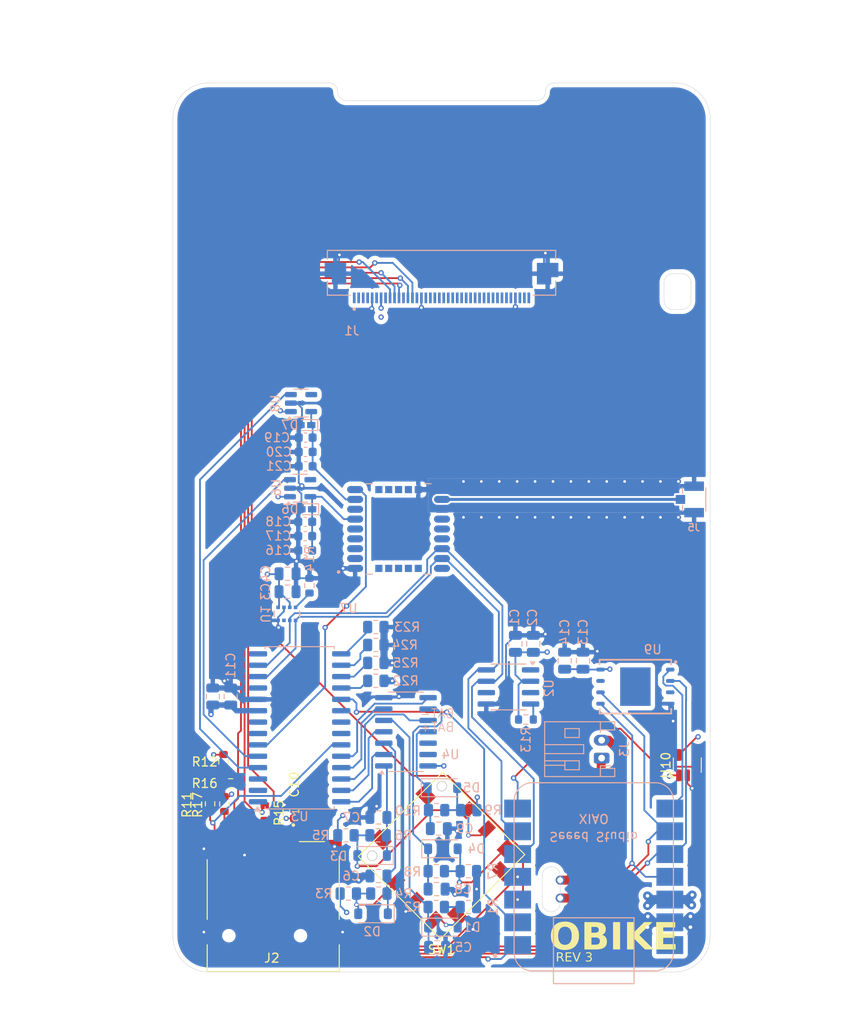
<source format=kicad_pcb>
(kicad_pcb (version 20241229) (generator "pcbnew") (generator_version "9.0")
  (layers (0 "F.Cu" signal) (4 "In1.Cu" signal) (6 "In2.Cu" signal) (2 "B.Cu" signal) (13 "F.Paste" user) (15 "B.Paste" user) (5 "F.SilkS" user "F.Silkscreen") (7 "B.SilkS" user "B.Silkscreen") (1 "F.Mask" user) (3 "B.Mask" user) (25 "Edge.Cuts" user))
  (net 0 "")
  (net 1 "GND")
  (net 2 "3V3")
  (net 3 "Net-(D1-K)")
  (net 4 "Net-(D2-K)")
  (net 5 "Net-(D3-K)")
  (net 6 "Net-(D4-K)")
  (net 7 "Net-(D5-K)")
  (net 8 "SW1")
  (net 9 "SW3")
  (net 10 "SW2")
  (net 11 "SW4")
  (net 12 "SW6")
  (net 13 "SCL")
  (net 14 "SDA")
  (net 15 "Net-(U3-~{RESET})")
  (net 16 "Net-(U3-A0)")
  (net 17 "Net-(U3-A1)")
  (net 19 "AUX_3V3")
  (net 20 "Net-(U2-~{RST})")
  (net 21 "Net-(U1-SDO)")
  (net 22 "MISO")
  (net 23 "MOSI")
  (net 24 "SD_CS")
  (net 28 "IN1")
  (net 30 "INT")
  (net 32 "IN3")
  (net 33 "Net-(U3-A2)")
  (net 34 "IN2")
  (net 36 "IN4")
  (net 37 "IN5")
  (net 39 "SCK")
  (net 41 "/BAT+")
  (net 42 "/BAT-")
  (net 43 "GPS_BKP")
  (net 44 "SCR_CS")
  (net 45 "SCR_DC")
  (net 46 "SCR_RST")
  (net 47 "SCR_BL")
  (net 51 "CD")
  (net 52 "Net-(J2-DAT1)")
  (net 53 "GPS_RST")
  (net 54 "GPS_V_BKP")
  (net 55 "Net-(J2-DAT2)")
  (net 56 "Net-(J2-VDD)")
  (net 61 "GPS_VCC")
  (net 65 "GPS_EN")
  (net 68 "AUX_EN")
  (net 101 "ANT")
  (net 115 "FL_CS")
  (footprint "Resistor_SMD:R_0603_1608Metric" (layer "F.Cu") (at 123.8 117.5 -90)
    (property "Reference" "R17")
    (property "Value" "100K")
  )
  (footprint "Resistor_SMD:R_0603_1608Metric" (layer "F.Cu") (at 122.2 117.475 -90)
    (property "Reference" "R11")
    (property "Value" "100K")
  )
  (footprint "Resistor_SMD:R_0603_1608Metric" (layer "F.Cu") (at 124.5 115.2)
    (property "Reference" "R16")
    (property "Value" "100K")
  )
  (footprint "CUI:CUI_MSD-4-A" (layer "F.Cu") (at 129.25 128.95)
    (property "Reference" "J2")
    (property "Value" "Micro_SD_Card_Det1")
  )
  (footprint "Package_TO_SOT_SMD:SOT-23-5" (layer "F.Cu") (at 175.5 113.1625 90)
    (property "Reference" "U10")
    (property "Value" "MAX40200AUK")
  )
  (footprint "Resistor_SMD:R_0603_1608Metric" (layer "F.Cu") (at 128.3 118.5 -90)
    (property "Reference" "R15")
    (property "Value" "100K")
  )
  (footprint "Resistor_SMD:R_0603_1608Metric" (layer "F.Cu") (at 123.7 112.8 -90)
    (property "Reference" "R12")
    (property "Value" "2R2")
  )
  (footprint "" (layer "F.Cu") (at 161.3 126)
    (property "Reference" "")
    (property "Value" "")
  )
  (footprint "" (layer "F.Cu") (at 161.3 128)
    (property "Reference" "")
    (property "Value" "")
  )
  (footprint "Capacitor_SMD:C_0603_1608Metric" (layer "F.Cu") (at 131.6 118.325 90)
    (property "Reference" "C10")
    (property "Value" "10uF")
  )
  (footprint "5_pos:5-position" (layer "F.Cu") (at 148.05 123.25 -135)
    (property "Reference" "SW1")
    (property "Value" "5_position_tactile")
    (fp_circle (center 5.5 5.45) (end 6.05 5.45) (stroke (width 0.1)) (fill no) (layer "Edge.Cuts"))
    (fp_circle (center -5.5 5.45) (end -4.950001 5.45) (stroke (width 0.1)) (fill no) (layer "Edge.Cuts"))
  )
  (footprint "Capacitor_SMD:C_0805_2012Metric" (layer "B.Cu") (at 147.55 133.5)
    (property "Reference" "C5")
    (property "Value" "1.0uF")
  )
  (footprint "Capacitor_SMD:C_0805_2012Metric" (layer "B.Cu") (at 122.5 105.5 90)
    (property "Reference" "C12" (hide yes))
    (property "Value" "1.0uF")
  )
  (footprint "Capacitor_SMD:C_0603_1608Metric" (layer "B.Cu") (at 132.875 78.2 180)
    (property "Reference" "C20")
    (property "Value" "100nF")
  )
  (footprint "Resistor_SMD:R_0805_2012Metric" (layer "B.Cu") (at 140.9625 121 180)
    (property "Reference" "R6")
    (property "Value" "10K")
  )
  (footprint "Capacitor_SMD:C_0805_2012Metric" (layer "B.Cu") (at 147.75 120.25)
    (property "Reference" "C9")
    (property "Value" "1.0uF")
  )
  (footprint "Resistor_SMD:R_0603_1608Metric" (layer "B.Cu") (at 157.475 108.07 180)
    (property "Reference" "R13")
    (property "Value" "0R")
  )
  (footprint "Diode_SMD:D_SOD-123" (layer "B.Cu") (at 148.15 115.685)
    (property "Reference" "D5")
    (property "Value" "1N4148W")
  )
  (footprint "Resistor_SMD:R_0805_2012Metric" (layer "B.Cu") (at 140.7125 97.75)
    (property "Reference" "R23")
    (property "Value" "10K")
  )
  (footprint "Resistor_SMD:R_0805_2012Metric" (layer "B.Cu") (at 140.7125 103.75 180)
    (property "Reference" "R22")
    (property "Value" "10K")
  )
  (footprint "Capacitor_SMD:C_0603_1608Metric" (layer "B.Cu") (at 132.825 87.6 180)
    (property "Reference" "C17")
    (property "Value" "100nF")
  )
  (footprint "quectel:XCVR_LC76G" (layer "B.Cu") (at 143.25 86.8)
    (property "Reference" "U7")
    (property "Value" "LC76G")
  )
  (footprint "Connector_JST:JST_PH_S2B-PH-K_1x02_P2.00mm_Horizontal" (layer "B.Cu") (at 165.93 112.38 90)
    (property "Reference" "J3")
    (property "Value" "Conn_01x02")
  )
  (footprint "Resistor_SMD:R_0805_2012Metric" (layer "B.Cu") (at 151.0875 118.185 180)
    (property "Reference" "R9")
    (property "Value" "10K")
  )
  (footprint "Capacitor_SMD:C_0805_2012Metric" (layer "B.Cu") (at 147.5 127)
    (property "Reference" "C8")
    (property "Value" "1.0uF")
  )
  (footprint "Capacitor_SMD:C_0805_2012Metric" (layer "B.Cu") (at 158.3 99.62 90)
    (property "Reference" "C2")
    (property "Value" "1.0uF")
  )
  (footprint "Package_SO:SOIC-8_3.9x4.9mm_P1.27mm" (layer "B.Cu") (at 155.525 104.435 180)
    (property "Reference" "U2")
    (property "Value" "DS3231M")
  )
  (footprint "Resistor_SMD:R_0805_2012Metric" (layer "B.Cu") (at 140.7125 99.75)
    (property "Reference" "R24")
    (property "Value" "10K")
  )
  (footprint "Capacitor_SMD:C_0805_2012Metric" (layer "B.Cu") (at 130.85 91.8)
    (property "Reference" "C4")
    (property "Value" "1.0uF")
  )
  (footprint "Resistor_SMD:R_0603_1608Metric" (layer "B.Cu") (at 133.3 93.125 90)
    (property "Reference" "R14")
    (property "Value" "0R")
  )
  (footprint "Resistor_SMD:R_0805_2012Metric" (layer "B.Cu") (at 141.05 127.5 180)
    (property "Reference" "R4")
    (property "Value" "10K")
  )
  (footprint "Capacitor_SMD:C_0603_1608Metric" (layer "B.Cu") (at 132.875 76.6 180)
    (property "Reference" "C19")
    (property "Value" "10uF")
  )
  (footprint "Capacitor_SMD:C_0603_1608Metric" (layer "B.Cu") (at 132.875 79.8 180)
    (property "Reference" "C21")
    (property "Value" "33pF")
  )
  (footprint "Capacitor_SMD:C_0805_2012Metric" (layer "B.Cu") (at 130.85 93.8)
    (property "Reference" "C3")
    (property "Value" "0.1uF")
  )
  (footprint "Package_TO_SOT_SMD:SOT-23-5" (layer "B.Cu") (at 132.3625 72.75)
    (property "Reference" "U8")
    (property "Value" "MAX40200AUK")
  )
  (footprint "Capacitor_SMD:C_0805_2012Metric" (layer "B.Cu") (at 124.5 105.5 90)
    (property "Reference" "C11")
    (property "Value" "0.1uF")
  )
  (footprint "Package_SO:SOIC-14_3.9x8.7mm_P1.27mm" (layer "B.Cu") (at 144.075 109.44)
    (property "Reference" "U4")
    (property "Value" "74HC14")
  )
  (footprint "Diode_SMD:D_SOD-123" (layer "B.Cu") (at 148.2 122.5)
    (property "Reference" "D4")
    (property "Value" "1N4148W")
  )
  (footprint "Diode_SMD:D_SOD-123" (layer "B.Cu") (at 148.2 131.25)
    (property "Reference" "D1")
    (property "Value" "1N4148W")
  )
  (footprint "amphenol:AMPHENOL_62684-402100ALF" (layer "B.Cu") (at 148.05 57.425)
    (property "Reference" "J1")
    (property "Value" "62684-402100ALF")
  )
  (footprint "Resistor_SMD:R_0805_2012Metric" (layer "B.Cu") (at 147.5 118.185)
    (property "Reference" "R10")
    (property "Value" "10K")
  )
  (footprint "Capacitor_SMD:C_0805_2012Metric" (layer "B.Cu") (at 141.007181 125.535355 180)
    (property "Reference" "C6")
    (property "Value" "1.0uF")
  )
  (footprint "Resistor_SMD:R_0805_2012Metric" (layer "B.Cu") (at 137.375 121)
    (property "Reference" "R5")
    (property "Value" "10K")
  )
  (footprint "Resistor_SMD:R_0805_2012Metric" (layer "B.Cu") (at 137.6375 127.5)
    (property "Reference" "R3")
    (property "Value" "10K")
  )
  (footprint "xiao:XIAO-nRF52840-Sense-14P-2.54-21X17.8MM" (layer "B.Cu") (at 165.05 125.63)
    (property "Reference" "U5" (hide yes))
    (property "Value" "Seeed Studio XIAO SAMD21" (hide yes))
  )
  (footprint "Capacitor_SMD:C_0603_1608Metric" (layer "B.Cu") (at 132.825 86 180)
    (property "Reference" "C18")
    (property "Value" "4.7uF")
  )
  (footprint "Diode_SMD:Nexperia_DSN1608-2_1.6x0.8mm" (layer "B.Cu") (at 133.215 75.2 180)
    (property "Reference" "D7")
    (property "Value" "PTVS5V0Z1USK")
  )
  (footprint "Resistor_SMD:R_0805_2012Metric" (layer "B.Cu") (at 140.7125 101.75)
    (property "Reference" "R25")
    (property "Value" "10K")
  )
  (footprint "Resistor_SMD:R_0805_2012Metric" (layer "B.Cu") (at 147.4625 125)
    (property "Reference" "R8")
    (property "Value" "10K")
  )
  (footprint "Diode_SMD:D_SOD-123" (layer "B.Cu") (at 140.3 123.25 180)
    (property "Reference" "D3")
    (property "Value" "1N4148W")
  )
  (footprint "Capacitor_SMD:C_0805_2012Metric" (layer "B.Cu") (at 163.85 101.5 90)
    (property "Reference" "C13")
    (property "Value" "0.1uF")
  )
  (footprint "Resistor_SMD:R_0805_2012Metric" (layer "B.Cu") (at 151.05 129 180)
    (property "Reference" "R1")
    (property "Value" "10K")
  )
  (footprint "Capacitor_SMD:C_0805_2012Metric" (layer "B.Cu") (at 141 119 180)
    (property "Reference" "C7")
    (property "Value" "1.0uF")
  )
  (footprint "Diode_SMD:Nexperia_DSN1608-2_1.6x0.8mm" (layer "B.Cu") (at 133.315 84.6 180)
    (property "Reference" "D6")
    (property "Value" "PTVS5V0Z1USK")
  )
  (footprint "Capacitor_SMD:C_0805_2012Metric" (layer "B.Cu") (at 156.3 99.62 90)
    (property "Reference" "C1")
    (property "Value" "0.1uF")
  )
  (footprint "Package_TO_SOT_SMD:SOT-23-5" (layer "B.Cu") (at 132.2625 82.25)
    (property "Reference" "U6")
    (property "Value" "MAX40200AUK")
  )
  (footprint "Hirose:HRS_U.FL-R-SMT-1_10_" (layer "B.Cu") (at 176.26 83.5 90)
    (property "Reference" "J5")
    (property "Value" "U.FL-R-SMT-1_10_")
  )
  (footprint "Capacitor_SMD:C_0603_1608Metric" (layer "B.Cu") (at 132.825 89.2 180)
    (property "Reference" "C16")
    (property "Value" "33pF")
  )
  (footprint "windbond:SON127P800X600X80-9N" (layer "B.Cu") (at 169.7 104.4 180)
    (property "Reference" "U9")
    (property "Value" "W25N01GVZEIG_TR")
  )
  (footprint "Capacitor_SMD:C_0805_2012Metric" (layer "B.Cu") (at 161.8 101.5 90)
    (property "Reference" "C14")
    (property "Value" "1.0uF")
  )
  (footprint "Diode_SMD:D_SOD-123" (layer "B.Cu") (at 140.4 129.75 180)
    (property "Reference" "D2")
    (property "Value" "1N4148W")
  )
  (footprint "Infineon Technologies:PG-VLGA-8-2_INF" (layer "B.Cu") (at 130.774999 96.275)
    (property "Reference" "U1")
    (property "Value" "DPS368XTSA1")
  )
  (footprint "Resistor_SMD:R_0805_2012Metric" (layer "B.Cu") (at 151.05 125 180)
    (property "Reference" "R7")
    (property "Value" "10K")
  )
  (footprint "Resistor_SMD:R_0805_2012Metric" (layer "B.Cu") (at 147.4625 129)
    (property "Reference" "R2")
    (property "Value" "10K")
  )
  (footprint "Package_SO:SOIC-28W_7.5x17.9mm_P1.27mm" (layer "B.Cu") (at 132.2 108.995)
    (property "Reference" "U3")
    (property "Value" "MCP23017_SO")
  )
  (gr_arc (start 174.05 37) (mid 176.878427 38.171573) (end 178.05 41) (stroke (width 0.05)) (layer "Edge.Cuts"))
  (gr_arc (start 159.65 38) (mid 159.357107 38.707107) (end 158.65 39) (stroke (width 0.05)) (layer "Edge.Cuts"))
  (gr_arc (start 161.3 128.542893) (mid 161.007107 129.25) (end 160.3 129.542893) (stroke (width 0.05)) (layer "Edge.Cuts"))
  (gr_arc (start 122.05 136.25) (mid 119.221573 135.078427) (end 118.05 132.25) (stroke (width 0.05)) (layer "Edge.Cuts"))
  (gr_line (start 178.05 41) (end 178.05 132.25) (stroke (width 0.05)) (layer "Edge.Cuts"))
  (gr_line (start 161.3 125.5) (end 161.3 128.542893) (stroke (width 0.05)) (layer "Edge.Cuts"))
  (gr_arc (start 118.05 41) (mid 119.221573 38.171573) (end 122.05 37) (stroke (width 0.05)) (layer "Edge.Cuts"))
  (gr_arc (start 160.296259 129.542893) (mid 159.589152 129.25) (end 159.296259 128.542893) (stroke (width 0.05)) (layer "Edge.Cuts"))
  (gr_arc (start 172.9 59.3) (mid 173.192893 58.592893) (end 173.9 58.3) (stroke (width 0.05)) (layer "Edge.Cuts"))
  (gr_arc (start 137.45 39) (mid 136.742893 38.707107) (end 136.45 38) (stroke (width 0.05)) (layer "Edge.Cuts"))
  (gr_arc (start 159.65 38) (mid 159.942893 37.292893) (end 160.65 37) (stroke (width 0.05)) (layer "Edge.Cuts"))
  (gr_line (start 158.65 39) (end 137.45 39) (stroke (width 0.05)) (layer "Edge.Cuts"))
  (gr_arc (start 135.45 37) (mid 136.157107 37.292893) (end 136.45 38) (stroke (width 0.05)) (layer "Edge.Cuts"))
  (gr_line (start 172.9 61.3) (end 172.9 59.3) (stroke (width 0.05)) (layer "Edge.Cuts"))
  (gr_line (start 174.9 62.3) (end 173.9 62.3) (stroke (width 0.05)) (layer "Edge.Cuts"))
  (gr_arc (start 174.9 58.3) (mid 175.607107 58.592893) (end 175.9 59.3) (stroke (width 0.05)) (layer "Edge.Cuts"))
  (gr_line (start 160.65 37) (end 174.05 37) (stroke (width 0.05)) (layer "Edge.Cuts"))
  (gr_line (start 159.296259 128.542893) (end 159.296259 125.5) (stroke (width 0.05)) (layer "Edge.Cuts"))
  (gr_arc (start 175.9 61.3) (mid 175.607107 62.007107) (end 174.9 62.3) (stroke (width 0.05)) (layer "Edge.Cuts"))
  (gr_arc (start 178.05 132.25) (mid 176.878427 135.078427) (end 174.05 136.25) (stroke (width 0.05)) (layer "Edge.Cuts"))
  (gr_line (start 173.9 58.3) (end 174.9 58.3) (stroke (width 0.05)) (layer "Edge.Cuts"))
  (gr_arc (start 160.3 124.5) (mid 161.007107 124.792893) (end 161.3 125.5) (stroke (width 0.05)) (layer "Edge.Cuts"))
  (gr_arc (start 173.9 62.3) (mid 173.192893 62.007107) (end 172.9 61.3) (stroke (width 0.05)) (layer "Edge.Cuts"))
  (gr_line (start 174.05 136.25) (end 122.05 136.25) (stroke (width 0.05)) (layer "Edge.Cuts"))
  (gr_arc (start 159.296259 125.5) (mid 159.589152 124.792893) (end 160.296259 124.5) (stroke (width 0.05)) (layer "Edge.Cuts"))
  (gr_line (start 175.9 59.3) (end 175.9 61.3) (stroke (width 0.05)) (layer "Edge.Cuts"))
  (gr_line (start 118.05 132.25) (end 118.05 41) (stroke (width 0.05)) (layer "Edge.Cuts"))
  (gr_line (start 122.05 37) (end 135.45 37) (stroke (width 0.05)) (layer "Edge.Cuts"))
  (gr_text "OBIKE" (at 160.05 134.25 -0) (layer "F.SilkS") (effects (font (size 3 3) (thickness 0.6) (bold yes) (italic yes)) (justify left bottom)))
  (gr_text "REV 3" (at 160.8 135.25 0) (layer "F.SilkS") (effects (font (size 1 1) (thickness 0.125)) (justify left bottom)))
  (gr_text "BAT-" (at 149.55 108 0) (layer "B.SilkS") (effects (font (size 1 1) (thickness 0.1)) (justify left bottom mirror)))
  (gr_text "BAT+" (at 149.55 109.5 -0) (layer "B.SilkS") (effects (font (size 1 1) (thickness 0.1)) (justify left bottom mirror)))
  (segment (start 126.05 123.2) (end 126 123.15) (width 0.2) (layer "F.Cu") (net 1))
  (segment (start 175.5 115.2) (end 176.05 115.75) (width 0.2) (layer "F.Cu") (net 1))
  (segment (start 145.115507 128.434493) (end 144.05 129.5) (width 0.6) (layer "F.Cu") (net 1))
  (segment (start 175.5 114.3) (end 175.5 115.2) (width 0.2) (layer "F.Cu") (net 1))
  (segment (start 126 123.15) (end 126 121.2) (width 0.2) (layer "F.Cu") (net 1))
  (segment (start 130.55 117.55) (end 130.5 117.6) (width 0.2) (layer "F.Cu") (net 1))
  (segment (start 145.115507 128.305813) (end 145.115507 128.434493) (width 0.6) (layer "F.Cu") (net 1))
  (segment (start 131.6 117.55) (end 130.55 117.55) (width 0.2) (layer "F.Cu") (net 1))
  (via (at 150.5 81.5) (size 0.6) (drill 0.3) (layers "F.Cu" "B.Cu") (net 1))
  (via (at 171.05 131.25) (size 0.8) (drill 0.4) (layers "F.Cu" "B.Cu") (net 1))
  (via (at 130.5 117.6) (size 0.6) (drill 0.3) (layers "F.Cu" "B.Cu") (net 1))
  (via (at 149.8 120.5) (size 0.5) (drill 0.3) (layers "F.Cu" "B.Cu") (net 1))
  (via (at 131.85 90.4) (size 0.6) (drill 0.3) (layers "F.Cu" "B.Cu") (net 1))
  (via (at 156.5 85.5) (size 0.6) (drill 0.3) (layers "F.Cu" "B.Cu") (net 1))
  (via (at 174.5 81.5) (size 0.6) (drill 0.3) (layers "F.Cu" "B.Cu") (net 1))
  (via (at 138.8 126) (size 0.6) (drill 0.3) (layers "F.Cu" "B.Cu") (net 1))
  (via (at 121.5 122.5) (size 0.6) (drill 0.3) (layers "F.Cu" "B.Cu") (net 1))
  (via (at 137.05 91.2) (size 0.6) (drill 0.3) (layers "F.Cu" "B.Cu") (net 1))
  (via (at 160.5 81.5) (size 0.6) (drill 0.3) (layers "F.Cu" "B.Cu") (net 1))
  (via (at 140.8 117.75) (size 0.6) (drill 0.3) (layers "F.Cu" "B.Cu") (net 1))
  (via (at 151.55 131.5) (size 0.6) (drill 0.3) (layers "F.Cu" "B.Cu") (net 1))
  (via (at 160.5 85.5) (size 0.6) (drill 0.3) (layers "F.Cu" "B.Cu") (net 1))
  (via (at 172.5 85.5) (size 0.6) (drill 0.3) (layers "F.Cu" "B.Cu") (net 1))
  (via (at 175.85 130.05) (size 0.8) (drill 0.4) (layers "F.Cu" "B.Cu") (net 1))
  (via (at 168.5 81.5) (size 0.6) (drill 0.3) (layers "F.Cu" "B.Cu") (net 1))
  (via (at 154.5 85.5) (size 0.6) (drill 0.3) (layers "F.Cu" "B.Cu") (net 1))
  (via (at 165.45 100.45) (size 0.6) (drill 0.3) (layers "F.Cu" "B.Cu") (net 1))
  (via (at 166.5 85.5) (size 0.6) (drill 0.3) (layers "F.Cu" "B.Cu") (net 1))
  (via (at 126.05 123.2) (size 0.6) (drill 0.3) (layers "F.Cu" "B.Cu") (net 1))
  (via (at 140.25 62.2) (size 0.6) (drill 0.3) (layers "F.Cu" "B.Cu") (net 1))
  (via (at 171.09 130.05) (size 0.8) (drill 0.4) (layers "F.Cu" "B.Cu") (net 1))
  (via (at 159.65 98.54) (size 0.6) (drill 0.3) (layers "F.Cu" "B.Cu") (net 1))
  (via (at 173.915 108.245) (size 0.6) (drill 0.3) (layers "F.Cu" "B.Cu") (net 1))
  (via (at 164.5 85.5) (size 0.6) (drill 0.3) (layers "F.Cu" "B.Cu") (net 1))
  (via (at 159.65 56) (size 0.6) (drill 0.3) (layers "F.Cu" "B.Cu") (net 1))
  (via (at 158.5 85.5) (size 0.6) (drill 0.3) (layers "F.Cu" "B.Cu") (net 1))
  (via (at 132.45 82) (size 0.6) (drill 0.3) (layers "F.Cu" "B.Cu") (net 1))
  (via (at 170.5 81.5) (size 0.6) (drill 0.3) (layers "F.Cu" "B.Cu") (net 1))
  (via (at 136.65 56.2) (size 0.6) (drill 0.3) (layers "F.Cu" "B.Cu") (net 1))
  (via (at 164.5 81.5) (size 0.6) (drill 0.3) (layers "F.Cu" "B.Cu") (net 1))
  (via (at 149.55 127.565) (size 0.6) (drill 0.3) (layers "F.Cu" "B.Cu") (net 1))
  (via (at 152.5 85.5) (size 0.6) (drill 0.3) (layers "F.Cu" "B.Cu") (net 1))
  (via (at 142.55 101.75) (size 0.6) (drill 0.3) (layers "F.Cu" "B.Cu") (net 1))
  (via (at 156.3 62) (size 0.6) (drill 0.3) (layers "F.Cu" "B.Cu") (net 1))
  (via (at 129.85 97.8) (size 0.6) (drill 0.3) (layers "F.Cu" "B.Cu") (net 1))
  (via (at 156.5 81.5) (size 0.6) (drill 0.3) (layers "F.Cu" "B.Cu") (net 1))
  (via (at 168.5 85.5) (size 0.6) (drill 0.3) (layers "F.Cu" "B.Cu") (net 1))
  (via (at 154.5 81.5) (size 0.6) (drill 0.3) (layers "F.Cu" "B.Cu") (net 1))
  (via (at 123.8 103.75) (size 0.6) (drill 0.3) (layers "F.Cu" "B.Cu") (net 1))
  (via (at 145.8 62.1) (size 0.6) (drill 0.3) (layers "F.Cu" "B.Cu") (net 1))
  (via (at 166.5 81.5) (size 0.6) (drill 0.3) (layers "F.Cu" "B.Cu") (net 1))
  (via (at 162.5 85.5) (size 0.6) (drill 0.3) (layers "F.Cu" "B.Cu") (net 1))
  (via (at 152.5 81.5) (size 0.6) (drill 0.3) (layers "F.Cu" "B.Cu") (net 1))
  (via (at 143.3 105.5) (size 0.6) (drill 0.3) (layers "F.Cu" "B.Cu") (net 1))
  (via (at 174.5 85.5) (size 0.6) (drill 0.3) (layers "F.Cu" "B.Cu") (net 1))
  (via (at 162.5 81.5) (size 0.6) (drill 0.3) (layers "F.Cu" "B.Cu") (net 1))
  (via (at 137 131.8) (size 0.6) (drill 0.3) (layers "F.Cu" "B.Cu") (net 1))
  (via (at 150.5 85.5) (size 0.6) (drill 0.3) (layers "F.Cu" "B.Cu") (net 1))
  (via (at 158.5 81.5) (size 0.6) (drill 0.3) (layers "F.Cu" "B.Cu") (net 1))
  (via (at 175.85 131.25) (size 0.8) (drill 0.4) (layers "F.Cu" "B.Cu") (net 1))
  (via (at 170.5 85.5) (size 0.6) (drill 0.3) (layers "F.Cu" "B.Cu") (net 1))
  (via (at 176.05 115.75) (size 0.6) (drill 0.3) (layers "F.Cu" "B.Cu") (net 1))
  (via (at 172.5 81.5) (size 0.6) (drill 0.3) (layers "F.Cu" "B.Cu") (net 1))
  (via (at 144.05 129.5) (size 0.6) (drill 0.3) (layers "F.Cu" "B.Cu") (net 1))
  (via (at 136.1 122.25) (size 0.6) (drill 0.3) (layers "F.Cu" "B.Cu") (net 1))
  (via (at 121.5 131.8) (size 0.6) (drill 0.3) (layers "F.Cu" "B.Cu") (net 1))
  (segment (start 163.85 100.55) (end 165.35 100.55) (width 0.2) (layer "B.Cu") (net 1))
  (segment (start 139.264645 125.535355) (end 138.8 126) (width 0.8) (layer "B.Cu") (net 1))
  (segment (start 151.55 131.5) (end 149.55 133.5) (width 0.8) (layer "B.Cu") (net 1))
  (segment (start 138.4 91.2) (end 137.05 91.2) (width 0.2) (layer "B.Cu") (net 1))
  (segment (start 156.3 98.67) (end 155.25 99.72) (width 0.2) (layer "B.Cu") (net 1))
  (segment (start 171.75 130.71) (end 171.09 130.05) (width 1) (layer "B.Cu") (net 1))
  (segment (start 140.3 62.15) (end 140.25 62.2) (width 0.2) (layer "B.Cu") (net 1))
  (segment (start 131.8 90.45) (end 131.85 90.4) (width 0.2) (layer "B.Cu") (net 1))
  (segment (start 131.8 91.8) (end 131.8 90.45) (width 0.2) (layer "B.Cu") (net 1))
  (segment (start 155.25 99.72) (end 155.25 105.114999) (width 0.2) (layer "B.Cu") (net 1))
  (segment (start 132.05 85.265) (end 132.715 84.6) (width 0.2) (layer "B.Cu") (net 1))
  (segment (start 175.19 130.71) (end 173.55 130.71) (width 1) (layer "B.Cu") (net 1))
  (segment (start 122.5 104.55) (end 124.5 104.55) (width 0.6) (layer "B.Cu") (net 1))
  (segment (start 132.05 89.2) (end 132.05 90.2) (width 0.2) (layer "B.Cu") (net 1))
  (segment (start 132.1 78.2) (end 132.1 76.6) (width 0.2) (layer "B.Cu") (net 1))
  (segment (start 132.1 75.715) (end 132.615 75.2) (width 0.2) (layer "B.Cu") (net 1))
  (segment (start 131.9 72.75) (end 131.225 72.75) (width 0.2) (layer "B.Cu") (net 1))
  (segment (start 158.3 98.67) (end 156.3 98.67) (width 0.2) (layer "B.Cu") (net 1))
  (segment (start 159.52 98.67) (end 159.65 98.54) (width 0.2) (layer "B.Cu") (net 1))
  (segment (start 124.5 104.45) (end 123.8 103.75) (width 0.6) (layer "B.Cu") (net 1))
  (segment (start 154.024999 106.34) (end 153.05 106.34) (width 0.2) (layer "B.Cu") (net 1))
  (segment (start 132.05 89.2) (end 132.05 87.6) (width 0.2) (layer "B.Cu") (net 1))
  (segment (start 140.057181 125.535355) (end 139.264645 125.535355) (width 0.8) (layer "B.Cu") (net 1))
  (segment (start 132.4 82.862501) (end 131.787499 82.25) (width 0.2) (layer "B.Cu") (net 1))
  (segment (start 173.55 130.71) (end 175.31 130.71) (width 1) (layer "B.Cu") (net 1))
  (segment (start 132.05 86) (end 132.05 85.265) (width 0.2) (layer "B.Cu") (net 1))
  (segment (start 131.8 91.8) (end 131.8 93.8) (width 0.2) (layer "B.Cu") (net 1))
  (segment (start 149.55 120.25) (end 149.8 120.5) (width 0.4) (layer "B.Cu") (net 1))
  (segment (start 140.3 61) (end 140.3 62.15) (width 0.2) (layer "B.Cu") (net 1))
  (segment (start 125.77 105.82) (end 128 105.82) (width 0.6) (layer "B.Cu") (net 1))
  (segment (start 175.85 130.05) (end 175.19 130.71) (width 1) (layer "B.Cu") (net 1))
  (segment (start 149.55 127.565) (end 148.985 127) (width 0.4) (layer "B.Cu") (net 1))
  (segment (start 129.8 97.75) (end 129.85 97.8) (width 0.2) (layer "B.Cu") (net 1))
  (segment (start 136.6 57.9) (end 136.6 56.25) (width 0.2) (layer "B.Cu") (net 1))
  (segment (start 132.3 92.3) (end 131.8 91.8) (width 0.2) (layer "B.Cu") (net 1))
  (segment (start 141.625 97.75) (end 141.625 99.75) (width 0.8) (layer "B.Cu") (net 1))
  (segment (start 131.787499 82.25) (end 131.125 82.25) (width 0.2) (layer "B.Cu") (net 1))
  (segment (start 145.45 82.4) (end 148.1 82.4) (width 0.6) (layer "B.Cu") (net 1))
  (segment (start 141.625 101.75) (end 142.55 101.75) (width 0.8) (layer "B.Cu") (net 1))
  (segment (start 132.715 84.6) (end 132.4 84.285) (width 0.2) (layer "B.Cu") (net 1))
  (segment (start 132.465001 75.050001) (end 132.465001 73.315001) (width 0.2) (layer "B.Cu") (net 1))
  (segment (start 132.1 76.6) (end 132.1 75.715) (width 0.2) (layer "B.Cu") (net 1))
  (segment (start 132.4 84.285) (end 132.4 82.862501) (width 0.2) (layer "B.Cu") (net 1))
  (segment (start 165.35 100.55) (end 165.45 100.45) (width 0.2) (layer "B.Cu") (net 1))
  (segment (start 156.3 61) (end 156.3 62) (width 0.2) (layer "B.Cu") (net 1))
  (segment (start 175.31 130.71) (end 175.85 131.25) (width 1) (layer "B.Cu") (net 1))
  (segment (start 171.59 130.71) (end 171.05 131.25) (width 1) (layer "B.Cu") (net 1))
  (segment (start 129.8 96.647998) (end 129.8 97) (width 0.2) (layer "B.Cu") (net 1))
  (segment (start 141.6 105.63) (end 143.17 105.63) (width 0.2) (layer "B.Cu") (net 1))
  (segment (start 130.449998 95.55) (end 130.449998 95.998) (width 0.2) (layer "B.Cu") (net 1))
  (segment (start 129.8 97) (end 129.8 97.75) (width 0.2) (layer "B.Cu") (net 1))
  (segment (start 148.7 120.25) (end 149.55 120.25) (width 0.4) (layer "B.Cu") (net 1))
  (segment (start 132.1 79.8) (end 132.1 81.65) (width 0.2) (layer "B.Cu") (net 1))
  (segment (start 173.915 106.625) (end 173.915 108.245) (width 0.2) (layer "B.Cu") (net 1))
  (segment (start 132.05 87.6) (end 132.05 86) (width 0.2) (layer "B.Cu") (net 1))
  (segment (start 173.595 106.305) (end 173.915 106.625) (width 0.2) (layer "B.Cu") (net 1))
  (segment (start 132.05 90.2) (end 131.85 90.4) (width 0.2) (layer "B.Cu") (net 1))
  (segment (start 136.6 56.25) (end 136.65 56.2) (width 0.2) (layer "B.Cu") (net 1))
  (segment (start 140.05 119) (end 140.05 118.5) (width 0.8) (layer "B.Cu") (net 1))
  (segment (start 158.3 98.67) (end 159.52 98.67) (width 0.2) (layer "B.Cu") (net 1))
  (segment (start 124.5 104.55) (end 125.77 105.82) (width 0.6) (layer "B.Cu") (net 1))
  (segment (start 173.55 130.71) (end 171.59 130.71) (width 1) (layer "B.Cu") (net 1))
  (segment (start 159.5 57.9) (end 159.5 56.15) (width 0.2) (layer "B.Cu") (net 1))
  (segment (start 122.3 104.35) (end 122.5 104.55) (width 0.2) (layer "B.Cu") (net 1))
  (segment (start 124.5 104.55) (end 124.5 104.45) (width 0.6) (layer "B.Cu") (net 1))
  (segment (start 132.465001 73.315001) (end 131.9 72.75) (width 0.2) (layer "B.Cu") (net 1))
  (segment (start 130.449998 95.998) (end 129.8 96.647998) (width 0.2) (layer "B.Cu") (net 1))
  (segment (start 149.55 133.5) (end 148.5 133.5) (width 0.8) (layer "B.Cu") (net 1))
  (segment (start 132.615 75.2) (end 132.465001 75.050001) (width 0.2) (layer "B.Cu") (net 1))
  (segment (start 161.8 100.55) (end 163.85 100.55) (width 0.2) (layer "B.Cu") (net 1))
  (segment (start 132.2 82.25) (end 132.45 82) (width 0.2) (layer "B.Cu") (net 1))
  (segment (start 148.985 127) (end 148.45 127) (width 0.4) (layer "B.Cu") (net 1))
  (segment (start 145.8 61) (end 145.8 62.1) (width 0.2) (layer "B.Cu") (net 1))
  (segment (start 159.5 56.15) (end 159.65 56) (width 0.2) (layer "B.Cu") (net 1))
  (segment (start 141.625 99.75) (end 141.625 101.75) (width 0.8) (layer "B.Cu") (net 1))
  (segment (start 155.25 105.114999) (end 154.024999 106.34) (width 0.2) (layer "B.Cu") (net 1))
  (segment (start 143.17 105.63) (end 143.3 105.5) (width 0.2) (layer "B.Cu") (net 1))
  (segment (start 132.1 81.65) (end 132.45 82) (width 0.2) (layer "B.Cu") (net 1))
  (segment (start 140.05 118.5) (end 140.8 117.75) (width 0.8) (layer "B.Cu") (net 1))
  (segment (start 132.1 79.8) (end 132.1 78.2) (width 0.2) (layer "B.Cu") (net 1))
  (segment (start 173.55 130.71) (end 171.75 130.71) (width 1) (layer "B.Cu") (net 1))
  (segment (start 131.125 82.25) (end 132.2 82.25) (width 0.2) (layer "B.Cu") (net 1))
  (segment (start 133.3 92.3) (end 132.3 92.3) (width 0.2) (layer "B.Cu") (net 1))
  (segment (start 174.55 114.3) (end 173.6 114.3) (width 0.2) (layer "F.Cu") (net 2))
  (segment (start 173.6 114.3) (end 173.5 114.4) (width 0.2) (layer "F.Cu") (net 2))
  (via (at 137.025735 118.775735) (size 0.6) (drill 0.3) (layers "F.Cu" "B.Cu") (net 2))
  (via (at 151.9625 127) (size 0.6) (drill 0.3) (layers "F.Cu" "B.Cu") (net 2))
  (via (at 171.05 127.75) (size 0.8) (drill 0.4) (layers "F.Cu" "B.Cu") (net 2))
  (via (at 152.05 116.75) (size 0.6) (drill 0.3) (layers "F.Cu" "B.Cu") (net 2))
  (via (at 129.8 83.2) (size 0.6) (drill 0.3) (layers "F.Cu" "B.Cu") (net 2))
  (via (at 137.45 129.6) (size 0.6) (drill 0.3) (layers "F.Cu" "B.Cu") (net 2))
  (via (at 141.3 63.15) (size 0.6) (drill 0.3) (layers "F.Cu" "B.Cu") (net 2))
  (via (at 173.5 114.4) (size 0.6) (drill 0.3) (layers "F.Cu" "B.Cu") (net 2))
  (via (at 171.05 128.85) (size 0.8) (drill 0.4) (layers "F.Cu" "B.Cu") (net 2))
  (via (at 122.3 107.5) (size 0.6) (drill 0.3) (layers "F.Cu" "B.Cu") (net 2))
  (via (at 175.982643 128.787597) (size 0.8) (drill 0.4) (layers "F.Cu" "B.Cu") (net 2))
  (via (at 142.55 103.75) (size 0.6) (drill 0.3) (layers "F.Cu" "B.Cu") (net 2))
  (via (at 176.05 127.65) (size 0.8) (drill 0.4) (layers "F.Cu" "B.Cu") (net 2))
  (via (at 148.3 113.25) (size 0.6) (drill 0.3) (layers "F.Cu" "B.Cu") (net 2))
  (via (at 130.05 73.6) (size 0.6) (drill 0.3) (layers "F.Cu" "B.Cu") (net 2))
  (via (at 159.85 100.54) (size 0.6) (drill 0.3) (layers "F.Cu" "B.Cu") (net 2))
  (segment (start 156.3 103.074999) (end 157.025001 103.8) (width 0.2) (layer "B.Cu") (net 2))
  (segment (start 131.225 73.7) (end 130.15 73.7) (width 0.2) (layer "B.Cu") (net 2))
  (segment (start 175.982643 128.787597) (end 175.365046 128.17) (width 1) (layer "B.Cu") (net 2))
  (segment (start 136.725 128.875) (end 137.45 129.6) (width 0.2) (layer "B.Cu") (net 2))
  (segment (start 141.625 103.75) (end 142.55 103.75) (width 0.8) (layer "B.Cu") (net 2))
  (segment (start 175.365046 128.17) (end 173.55 128.17) (width 1) (layer "B.Cu") (net 2))
  (segment (start 171.47 128.17) (end 173.55 128.17) (width 1) (layer "B.Cu") (net 2))
  (segment (start 151.9625 127) (end 151.9625 129) (width 0.8) (layer "B.Cu") (net 2))
  (segment (start 158.3 100.57) (end 159.82 100.57) (width 0.2) (layer "B.Cu") (net 2))
  (segment (start 136.725 127.5) (end 136.725 128.875) (width 0.2) (layer "B.Cu") (net 2))
  (segment (start 175.53 128.17) (end 173.55 128.17) (width 0.8) (layer "B.Cu") (net 2))
  (segment (start 129.8 83.2) (end 131.125 83.2) (width 0.2) (layer "B.Cu") (net 2))
  (segment (start 158.3 100.57) (end 156.3 100.57) (width 0.2) (layer "B.Cu") (net 2))
  (segment (start 159.82 100.57) (end 159.85 100.54) (width 0.2) (layer "B.Cu") (net 2))
  (segment (start 122.3 107.5) (end 122.3 106.65) (width 0.6) (layer "B.Cu") (net 2))
  (segment (start 156.3 100.57) (end 156.3 103.074999) (width 0.2) (layer "B.Cu") (net 2))
  (segment (start 130.15 73.7) (end 130.05 73.6) (width 0.2) (layer "B.Cu") (net 2))
  (segment (start 156.65 104.175001) (end 157.025001 103.8) (width 0.2) (layer "B.Cu") (net 2))
  (segment (start 122.3 106.65) (end 122.5 106.45) (width 0.6) (layer "B.Cu") (net 2))
  (segment (start 152 118.185) (end 152 116.8) (width 0.2) (layer "B.Cu") (net 2))
  (segment (start 136.4625 119.33897) (end 137.025735 118.775735) (width 0.2) (layer "B.Cu") (net 2))
  (segment (start 151.9625 125) (end 151.9625 127) (width 0.8) (layer "B.Cu") (net 2))
  (segment (start 124.5 106.45) (end 125.14 107.09) (width 0.6) (layer "B.Cu") (net 2))
  (segment (start 156.65 108.07) (end 156.65 104.175001) (width 0.2) (layer "B.Cu") (net 2))
  (segment (start 171.73 128.17) (end 173.55 128.17) (width 0.8) (layer "B.Cu") (net 2))
  (segment (start 125.14 107.09) (end 128 107.09) (width 0.6) (layer "B.Cu") (net 2))
  (segment (start 171.05 128.85) (end 171.73 128.17) (width 1) (layer "B.Cu") (net 2))
  (segment (start 122.5 106.45) (end 124.5 106.45) (width 0.6) (layer "B.Cu") (net 2))
  (segment (start 157.025001 103.8) (end 158 103.8) (width 0.2) (layer "B.Cu") (net 2))
  (segment (start 176.05 127.65) (end 175.53 128.17) (width 1) (layer "B.Cu") (net 2))
  (segment (start 136.4625 121) (end 136.4625 119.33897) (width 0.2) (layer "B.Cu") (net 2))
  (segment (start 152 116.8) (end 152.05 116.75) (width 0.2) (layer "B.Cu") (net 2))
  (segment (start 171.05 127.75) (end 171.47 128.17) (width 1) (layer "B.Cu") (net 2))
  (segment (start 146.55 113.25) (end 148.3 113.25) (width 0.2) (layer "B.Cu") (net 2))
  (segment (start 146.6 133.5) (end 146.6 131.3) (width 0.2) (layer "B.Cu") (net 3))
  (segment (start 146.6 131.3) (end 146.55 131.25) (width 0.2) (layer "B.Cu") (net 3))
  (segment (start 146.55 129) (end 146.55 131) (width 0.2) (layer "B.Cu") (net 3))
  (segment (start 146.55 129) (end 144.475 126.925) (width 0.2) (layer "B.Cu") (net 3))
  (segment (start 142.574999 108.17) (end 141.6 108.17) (width 0.2) (layer "B.Cu") (net 3))
  (segment (start 144.475 110.070001) (end 142.574999 108.17) (width 0.2) (layer "B.Cu") (net 3))
  (segment (start 144.475 126.925) (end 144.475 110.070001) (width 0.2) (layer "B.Cu") (net 3))
  (segment (start 141.9625 125.540674) (end 141.957181 125.535355) (width 0.2) (layer "B.Cu") (net 4))
  (segment (start 142.05 129.75) (end 142.05 127.5875) (width 0.2) (layer "B.Cu") (net 4))
  (segment (start 142.05 127.5875) (end 141.9625 127.5) (width 0.2) (layer "B.Cu") (net 4))
  (segment (start 141.9625 127.5) (end 141.9625 125.540674) (width 0.2) (layer "B.Cu") (net 4))
  (segment (start 141.957181 125.535355) (end 142.875 124.617536) (width 0.2) (layer "B.Cu") (net 4))
  (segment (start 142.875 124.617536) (end 142.875 111.639448) (width 0.2) (layer "B.Cu") (net 4))
  (segment (start 142.875 111.639448) (end 141.945552 110.71) (width 0.2) (layer "B.Cu") (net 4))
  (segment (start 141.945552 110.71) (end 141.6 110.71) (width 0.2) (layer "B.Cu") (net 4))
  (segment (start 141.95 121.25) (end 141.95 123.25) (width 0.2) (layer "B.Cu") (net 5))
  (segment (start 141.875 121) (end 141.875 121.175) (width 0.2) (layer "B.Cu") (net 5))
  (segment (start 141.95 119) (end 141.95 113.6) (width 0.2) (layer "B.Cu") (net 5))
  (segment (start 141.95 119) (end 141.95 120.925) (width 0.2) (layer "B.Cu") (net 5))
  (segment (start 141.95 113.6) (end 141.6 113.25) (width 0.2) (layer "B.Cu") (net 5))
  (segment (start 141.95 120.925) (end 141.875 121) (width 0.2) (layer "B.Cu") (net 5))
  (segment (start 141.875 121.175) (end 141.95 121.25) (width 0.2) (layer "B.Cu") (net 5))
  (segment (start 146.55 122.5) (end 144.875 120.825) (width 0.2) (layer "B.Cu") (net 6))
  (segment (start 147.495552 108.84) (end 148.05 108.285552) (width 0.2) (layer "B.Cu") (net 6))
  (segment (start 144.875 109.499448) (end 145.534448 108.84) (width 0.2) (layer "B.Cu") (net 6))
  (segment (start 145.534448 108.84) (end 147.495552 108.84) (width 0.2) (layer "B.Cu") (net 6))
  (segment (start 146.55 125) (end 146.55 122.5) (width 0.2) (layer "B.Cu") (net 6))
  (segment (start 146.55 127) (end 146.55 125) (width 0.2) (layer "B.Cu") (net 6))
  (segment (start 144.875 120.825) (end 144.875 109.499448) (width 0.2) (layer "B.Cu") (net 6))
  (segment (start 148.05 107.425001) (end 147.524999 106.9) (width 0.2) (layer "B.Cu") (net 6))
  (segment (start 148.05 108.285552) (end 148.05 107.425001) (width 0.2) (layer "B.Cu") (net 6))
  (segment (start 147.524999 106.9) (end 146.55 106.9) (width 0.2) (layer "B.Cu") (net 6))
  (segment (start 146.8 118.3975) (end 146.5875 118.185) (width 0.2) (layer "B.Cu") (net 7))
  (segment (start 145.575001 109.44) (end 146.55 109.44) (width 0.2) (layer "B.Cu") (net 7))
  (segment (start 146.5 115.685) (end 145.275 114.46) (width 0.2) (layer "B.Cu") (net 7))
  (segment (start 145.275 114.46) (end 145.275 109.740001) (width 0.2) (layer "B.Cu") (net 7))
  (segment (start 145.275 109.740001) (end 145.575001 109.44) (width 0.2) (layer "B.Cu") (net 7))
  (segment (start 146.5875 115.7725) (end 146.5 115.685) (width 0.2) (layer "B.Cu") (net 7))
  (segment (start 146.5875 118.185) (end 146.5875 115.7725) (width 0.2) (layer "B.Cu") (net 7))
  (segment (start 146.8 120.25) (end 146.8 118.3975) (width 0.2) (layer "B.Cu") (net 7))
  (segment (start 147.977134 130.427134) (end 148.55 131) (width 0.2) (layer "F.Cu") (net 8))
  (segment (start 147.236827 130.427134) (end 147.977134 130.427134) (width 0.2) (layer "F.Cu") (net 8))
  (via (at 148.55 131) (size 0.5) (drill 0.3) (layers "F.Cu" "B.Cu") (net 8))
  (segment (start 149.85 131.25) (end 149.85 129.2875) (width 0.2) (layer "B.Cu") (net 8))
  (segment (start 148.375 129) (end 150.1375 129) (width 0.2) (layer "B.Cu") (net 8))
  (segment (start 148.55 131) (end 149.6 131) (width 0.2) (layer "B.Cu") (net 8))
  (segment (start 149.85 129.2875) (end 150.1375 129) (width 0.2) (layer "B.Cu") (net 8))
  (segment (start 149.6 131) (end 149.85 131.25) (width 0.2) (layer "B.Cu") (net 8))
  (segment (start 147.039631 118.194187) (end 150.984493 118.194187) (width 0.2) (layer "F.Cu") (net 9))
  (segment (start 138.65 124.44253) (end 140.791288 124.44253) (width 0.2) (layer "F.Cu") (net 9))
  (segment (start 140.791288 124.44253) (end 147.039631 118.194187) (width 0.2) (layer "F.Cu") (net 9))
  (via (at 138.65 124.44253) (size 0.6) (drill 0.3) (layers "F.Cu" "B.Cu") (net 9))
  (segment (start 138.65 123.25) (end 138.65 121.3625) (width 0.2) (layer "B.Cu") (net 9))
  (segment (start 138.65 121.3625) (end 138.2875 121) (width 0.2) (layer "B.Cu") (net 9))
  (segment (start 138.2875 121) (end 140.05 121) (width 0.2) (layer "B.Cu") (net 9))
  (segment (start 138.65 124.44253) (end 138.65 123.25) (width 0.2) (layer "B.Cu") (net 9))
  (segment (start 140.42868 128.75) (end 138.55 128.75) (width 0.2) (layer "F.Cu") (net 10))
  (segment (start 142.994187 126.184493) (end 140.42868 128.75) (width 0.2) (layer "F.Cu") (net 10))
  (via (at 138.55 128.75) (size 0.5) (drill 0.3) (layers "F.Cu" "B.Cu") (net 10))
  (segment (start 138.55 127.5) (end 140.1375 127.5) (width 0.2) (layer "B.Cu") (net 10))
  (segment (start 138.55 128.75) (end 138.55 127.5) (width 0.2) (layer "B.Cu") (net 10))
  (segment (start 138.75 129.75) (end 138.75 128.95) (width 0.2) (layer "B.Cu") (net 10))
  (segment (start 138.75 128.95) (end 138.55 128.75) (width 0.2) (layer "B.Cu") (net 10))
  (segment (start 151.413961 126.25) (end 150.05 126.25) (width 0.2) (layer "F.Cu") (net 11))
  (segment (start 155.227134 122.436827) (end 151.413961 126.25) (width 0.2) (layer "F.Cu") (net 11))
  (via (at 150.05 126.25) (size 0.6) (drill 0.3) (layers "F.Cu" "B.Cu") (net 11))
  (segment (start 150.05 125.0875) (end 150.1375 125) (width 0.2) (layer "B.Cu") (net 11))
  (segment (start 150.1375 122.9875) (end 150.1375 125) (width 0.2) (layer "B.Cu") (net 11))
  (segment (start 150.1375 125) (end 148.375 125) (width 0.2) (layer "B.Cu") (net 11))
  (segment (start 149.85 122.7) (end 150.1375 122.9875) (width 0.2) (layer "B.Cu") (net 11))
  (segment (start 150.05 126.25) (end 150.05 125.0875) (width 0.2) (layer "B.Cu") (net 11))
  (segment (start 152.42132 121) (end 153.105813 120.315507) (width 0.2) (layer "F.Cu") (net 12))
  (segment (start 151.05 121) (end 152.42132 121) (width 0.2) (layer "F.Cu") (net 12))
  (via (at 151.05 121) (size 0.5) (drill 0.3) (layers "F.Cu" "B.Cu") (net 12))
  (segment (start 149.8 115.685) (end 149.8 117.81) (width 0.2) (layer "B.Cu") (net 12))
  (segment (start 151.05 121) (end 151.05 119.06) (width 0.2) (layer "B.Cu") (net 12))
  (segment (start 149.8 117.81) (end 150.175 118.185) (width 0.2) (layer "B.Cu") (net 12))
  (segment (start 151.05 119.06) (end 150.175 118.185) (width 0.2) (layer "B.Cu") (net 12))
  (segment (start 150.175 118.185) (end 148.4125 118.185) (width 0.2) (layer "B.Cu") (net 12))
  (segment (start 151.049 109.0319) (end 154.749 112.7319) (width 0.2) (layer "B.Cu") (net 13))
  (segment (start 154.448 101.802) (end 154.448 96.056636) (width 0.2) (layer "B.Cu") (net 13))
  (segment (start 153.05 102.53) (end 152.075001 102.53) (width 0.2) (layer "B.Cu") (net 13))
  (segment (start 146.85 91.8) (end 142.05 96.6) (width 0.2) (layer "B.Cu") (net 13))
  (segment (start 151.049 103.556001) (end 151.049 109.0319) (width 0.2) (layer "B.Cu") (net 13))
  (segment (start 128.574999 103.28) (end 131.749998 100.105001) (width 0.2) (layer "B.Cu") (net 13))
  (segment (start 147.708636 90.1) (end 146.85 90.958636) (width 0.2) (layer "B.Cu") (net 13))
  (segment (start 148.1 90.1) (end 147.708636 90.1) (width 0.2) (layer "B.Cu") (net 13))
  (segment (start 154.749 112.7319) (end 154.749 119.249) (width 0.2) (layer "B.Cu") (net 13))
  (segment (start 132.149998 96.6) (end 131.749998 97) (width 0.2) (layer "B.Cu") (net 13))
  (segment (start 142.05 96.6) (end 132.149998 96.6) (width 0.2) (layer "B.Cu") (net 13))
  (segment (start 127.55 103.28) (end 128.574999 103.28) (width 0.2) (layer "B.Cu") (net 13))
  (segment (start 154.749 119.249) (end 156.05 120.55) (width 0.2) (layer "B.Cu") (net 13))
  (segment (start 153.72 102.53) (end 154.448 101.802) (width 0.2) (layer "B.Cu") (net 13))
  (segment (start 153.05 102.53) (end 153.72 102.53) (width 0.2) (layer "B.Cu") (net 13))
  (segment (start 154.448 96.056636) (end 148.491364 90.1) (width 0.2) (layer "B.Cu") (net 13))
  (segment (start 148.491364 90.1) (end 148.1 90.1) (width 0.2) (layer "B.Cu") (net 13))
  (segment (start 152.075001 102.53) (end 151.049 103.556001) (width 0.2) (layer "B.Cu") (net 13))
  (segment (start 131.749998 100.105001) (end 131.749998 97) (width 0.2) (layer "B.Cu") (net 13))
  (segment (start 156.05 120.55) (end 156.55 120.55) (width 0.2) (layer "B.Cu") (net 13))
  (segment (start 146.85 90.958636) (end 146.85 91.8) (width 0.2) (layer "B.Cu") (net 13))
  (segment (start 148.1 89) (end 147.65 89) (width 0.2) (layer "B.Cu") (net 14))
  (segment (start 127.55 102.01) (end 128.574999 102.01) (width 0.2) (layer "B.Cu") (net 14))
  (segment (start 152.075001 103.8) (end 151.45 104.425001) (width 0.2) (layer "B.Cu") (net 14))
  (segment (start 147.65 89) (end 146.45 90.2) (width 0.2) (layer "B.Cu") (net 14))
  (segment (start 141.852 96.2) (end 131.65 96.2) (width 0.2) (layer "B.Cu") (net 14))
  (segment (start 148.491364 89) (end 154.849 95.357636) (width 0.2) (layer "B.Cu") (net 14))
  (segment (start 154.849 95.357636) (end 154.849 103) (width 0.2) (layer "B.Cu") (net 14))
  (segment (start 154.049 103.8) (end 153.05 103.8) (width 0.2) (layer "B.Cu") (net 14))
  (segment (start 146.45 91.602) (end 141.852 96.2) (width 0.2) (layer "B.Cu") (net 14))
  (segment (start 158.351 121.899) (end 157.16 123.09) (width 0.2) (layer "B.Cu") (net 14))
  (segment (start 131.1 96.75) (end 131.1 97) (width 0.2) (layer "B.Cu") (net 14))
  (segment (start 151.45 104.425001) (end 151.45 107.8) (width 0.2) (layer "B.Cu") (net 14))
  (segment (start 131.65 96.2) (end 131.1 96.75) (width 0.2) (layer "B.Cu") (net 14))
  (segment (start 151.45 107.8) (end 158.351 114.701) (width 0.2) (layer "B.Cu") (net 14))
  (segment (start 154.849 103) (end 154.049 103.8) (width 0.2) (layer "B.Cu") (net 14))
  (segment (start 153.05 103.8) (end 152.075001 103.8) (width 0.2) (layer "B.Cu") (net 14))
  (segment (start 158.351 114.701) (end 158.351 121.899) (width 0.2) (layer "B.Cu") (net 14))
  (segment (start 146.45 90.2) (end 146.45 91.602) (width 0.2) (layer "B.Cu") (net 14))
  (segment (start 157.16 123.09) (end 156.55 123.09) (width 0.2) (layer "B.Cu") (net 14))
  (segment (start 148.1 89) (end 148.491364 89) (width 0.2) (layer "B.Cu") (net 14))
  (segment (start 128.574999 102.01) (end 131.1 99.484999) (width 0.2) (layer "B.Cu") (net 14))
  (segment (start 131.1 99.484999) (end 131.1 97) (width 0.2) (layer "B.Cu") (net 14))
  (segment (start 139 104.55) (end 137.3 104.55) (width 0.2) (layer "B.Cu") (net 15))
  (segment (start 139.8 103.75) (end 139 104.55) (width 0.2) (layer "B.Cu") (net 15))
  (segment (start 139.8 98.24) (end 137.3 100.74) (width 0.2) (layer "B.Cu") (net 16))
  (segment (start 139.8 97.75) (end 139.8 98.24) (width 0.2) (layer "B.Cu") (net 16))
  (segment (start 138.29 102.01) (end 137.3 102.01) (width 0.2) (layer "B.Cu") (net 17))
  (segment (start 139.8 99.905552) (end 138.9875 100.718052) (width 0.2) (layer "B.Cu") (net 17))
  (segment (start 139.8 99.75) (end 139.8 99.905552) (width 0.2) (layer "B.Cu") (net 17))
  (segment (start 138.9875 101.3125) (end 138.29 102.01) (width 0.2) (layer "B.Cu") (net 17))
  (segment (start 138.9875 100.718052) (end 138.9875 101.3125) (width 0.2) (layer "B.Cu") (net 17))
  (segment (start 123.675 112) (end 123.7 111.975) (width 0.2) (layer "F.Cu") (net 19))
  (segment (start 176.575 110) (end 176.7 110) (width 0.2) (layer "F.Cu") (net 19))
  (segment (start 174.55 112.025) (end 176.575 110) (width 0.2) (layer "F.Cu") (net 19))
  (segment (start 122.6 112) (end 123.675 112) (width 0.2) (layer "F.Cu") (net 19))
  (via (at 176.7 110) (size 0.6) (drill 0.3) (layers "F.Cu" "B.Cu") (net 19))
  (via (at 166.85 102.45) (size 0.6) (drill 0.3) (layers "F.Cu" "B.Cu") (net 19))
  (via (at 141.3 62.15) (size 0.6) (drill 0.3) (layers "F.Cu" "B.Cu") (net 19))
  (via (at 122.6 112) (size 0.6) (drill 0.3) (layers "F.Cu" "B.Cu") (net 19))
  (via (at 128.6 91.85) (size 0.6) (drill 0.3) (layers "F.Cu" "B.Cu") (net 19))
  (segment (start 129.9 91.8) (end 129.9 93.8) (width 0.2) (layer "B.Cu") (net 19))
  (segment (start 129.9 95.45) (end 129.8 95.55) (width 0.2) (layer "B.Cu") (net 19))
  (segment (start 129.9 93.8) (end 129.9 95.45) (width 0.2) (layer "B.Cu") (net 19))
  (segment (start 131.1 95) (end 129.9 93.8) (width 0.2) (layer "B.Cu") (net 19))
  (segment (start 131.1 95.55) (end 131.1 95) (width 0.2) (layer "B.Cu") (net 19))
  (segment (start 165.85 102.45) (end 165.805 102.495) (width 0.2) (layer "B.Cu") (net 19))
  (segment (start 141.3 62.15) (end 141.3 61) (width 0.2) (layer "B.Cu") (net 19))
  (segment (start 165.805 102.495) (end 163.895 102.495) (width 0.2) (layer "B.Cu") (net 19))
  (segment (start 163.85 102.45) (end 161.8 102.45) (width 0.2) (layer "B.Cu") (net 19))
  (segment (start 163.895 102.495) (end 163.85 102.45) (width 0.2) (layer "B.Cu") (net 19))
  (segment (start 166.85 102.45) (end 165.85 102.45) (width 0.2) (layer "B.Cu") (net 19))
  (segment (start 129.85 91.85) (end 129.9 91.8) (width 0.2) (layer "B.Cu") (net 19))
  (segment (start 128.6 91.85) (end 129.85 91.85) (width 0.2) (layer "B.Cu") (net 19))
  (segment (start 158.3 106.64) (end 158 106.34) (width 0.2) (layer "B.Cu") (net 20))
  (segment (start 158.3 108.07) (end 158.3 106.64) (width 0.2) (layer "B.Cu") (net 20))
  (segment (start 133.3 93.95) (end 133.3 93.999998) (width 0.2) (layer "B.Cu") (net 21))
  (segment (start 133.3 93.999998) (end 131.749998 95.55) (width 0.2) (layer "B.Cu") (net 21))
  (segment (start 125.325 116.875) (end 124.9 117.3) (width 0.2) (layer "F.Cu") (net 22))
  (segment (start 164.6342 134.2) (end 164.6322 134.202) (width 0.2) (layer "F.Cu") (net 22))
  (segment (start 124.9 126.7) (end 124.9 121.2) (width 0.2) (layer "F.Cu") (net 22))
  (segment (start 125.325 115.2) (end 125.325 116.875) (width 0.2) (layer "F.Cu") (net 22))
  (segment (start 149.6793 134.202) (end 149.2793 134.602) (width 0.2) (layer "F.Cu") (net 22))
  (segment (start 125.649 109.301) (end 125.649 73.5681) (width 0.2) (layer "F.Cu") (net 22))
  (segment (start 133.1148 57.601) (end 140.099 57.601) (width 0.2) (layer "F.Cu") (net 22))
  (segment (start 164.742836 134.2) (end 164.6342 134.2) (width 0.2) (layer "F.Cu") (net 22))
  (segment (start 125.649 65.0668) (end 133.1148 57.601) (width 0.2) (layer "F.Cu") (net 22))
  (segment (start 169.251 129.691836) (end 164.742836 134.2) (width 0.2) (layer "F.Cu") (net 22))
  (segment (start 171.05 124.1) (end 169.251 125.899) (width 0.2) (layer "F.Cu") (net 22))
  (segment (start 164.6322 134.202) (end 149.6793 134.202) (width 0.2) (layer "F.Cu") (net 22))
  (segment (start 149.2793 134.602) (end 132.802 134.602) (width 0.2) (layer "F.Cu") (net 22))
  (segment (start 140.099 57.601) (end 140.6 57.1) (width 0.2) (layer "F.Cu") (net 22))
  (segment (start 124.9 117.3) (end 124.9 121.2) (width 0.2) (layer "F.Cu") (net 22))
  (segment (start 169.251 125.899) (end 169.251 129.691836) (width 0.2) (layer "F.Cu") (net 22))
  (segment (start 125.325 109.625) (end 125.649 109.301) (width 0.2) (layer "F.Cu") (net 22))
  (segment (start 125.325 115.2) (end 125.325 109.625) (width 0.2) (layer "F.Cu") (net 22))
  (segment (start 132.802 134.602) (end 124.9 126.7) (width 0.2) (layer "F.Cu") (net 22))
  (segment (start 125.649 73.5681) (end 125.649 65.0668) (width 0.2) (layer "F.Cu") (net 22))
  (via (at 140.6 57.1) (size 0.6) (drill 0.3) (layers "F.Cu" "B.Cu") (net 22))
  (via (at 171.05 124.1) (size 0.6) (drill 0.3) (layers "F.Cu" "B.Cu") (net 22))
  (segment (start 171.05 124.1) (end 172.06 123.09) (width 0.2) (layer "B.Cu") (net 22))
  (segment (start 172.06 123.09) (end 173.55 123.09) (width 0.2) (layer "B.Cu") (net 22))
  (segment (start 175.351 121.851) (end 175.351 105.949) (width 0.2) (layer "B.Cu") (net 22))
  (segment (start 144.8 59.300057) (end 144.8 61) (width 0.2) (layer "B.Cu") (net 22))
  (segment (start 173.55 123.09) (end 174.112 123.09) (width 0.2) (layer "B.Cu") (net 22))
  (segment (start 175.351 105.949) (end 175.366 105.934) (width 0.2) (layer "B.Cu") (net 22))
  (segment (start 175.366 104.496) (end 174.635 103.765) (width 0.2) (layer "B.Cu") (net 22))
  (segment (start 175.366 105.934) (end 175.366 104.496) (width 0.2) (layer "B.Cu") (net 22))
  (segment (start 142.599943 57.1) (end 144.8 59.300057) (width 0.2) (layer "B.Cu") (net 22))
  (segment (start 174.635 103.765) (end 173.595 103.765) (width 0.2) (layer "B.Cu") (net 22))
  (segment (start 140.6 57.1) (end 142.599943 57.1) (width 0.2) (layer "B.Cu") (net 22))
  (segment (start 174.112 123.09) (end 175.351 121.851) (width 0.2) (layer "B.Cu") (net 22))
  (segment (start 133.05 58.8) (end 126.45 65.4) (width 0.2) (layer "F.Cu") (net 23))
  (segment (start 164.3 133.4) (end 149.3471 133.4) (width 0.2) (layer "F.Cu") (net 23))
  (segment (start 129.3 127.2) (end 129.3 121.2) (width 0.2) (layer "F.Cu") (net 23))
  (segment (start 135.9 133.8) (end 129.3 127.2) (width 0.2) (layer "F.Cu") (net 23))
  (segment (start 168.4 129.3) (end 164.3 133.4) (width 0.2) (layer "F.Cu") (net 23))
  (segment (start 129.3 116.1) (end 129.3 121.2) (width 0.2) (layer "F.Cu") (net 23))
  (segment (start 149.3471 133.4) (end 148.9471 133.8) (width 0.2) (layer "F.Cu") (net 23))
  (segment (start 168.4 125.051527) (end 168.4 129.3) (width 0.2) (layer "F.Cu") (net 23))
  (segment (start 143.45 58.8) (end 133.05 58.8) (width 0.2) (layer "F.Cu") (net 23))
  (segment (start 148.9471 133.8) (end 135.9 133.8) (width 0.2) (layer "F.Cu") (net 23))
  (segment (start 126.45 65.4) (end 126.45 113.25) (width 0.2) (layer "F.Cu") (net 23))
  (segment (start 169.325792 124.125735) (end 168.4 125.051527) (width 0.2) (layer "F.Cu") (net 23))
  (segment (start 126.45 113.25) (end 129.3 116.1) (width 0.2) (layer "F.Cu") (net 23))
  (via (at 143.45 58.8) (size 0.6) (drill 0.3) (layers "F.Cu" "B.Cu") (net 23))
  (via (at 169.325792 124.125735) (size 0.6) (drill 0.3) (layers "F.Cu" "B.Cu") (net 23))
  (segment (start 144.3 59.65) (end 144.3 61) (width 0.2) (layer "B.Cu") (net 23))
  (segment (start 169.35 124.149943) (end 169.35 109.85) (width 0.2) (layer "B.Cu") (net 23))
  (segment (start 143.45 58.8) (end 144.3 59.65) (width 0.2) (layer "B.Cu") (net 23))
  (segment (start 169.35 109.85) (end 165.805 106.305) (width 0.2) (layer "B.Cu") (net 23))
  (segment (start 170.830057 125.63) (end 169.35 124.149943) (width 0.2) (layer "B.Cu") (net 23))
  (segment (start 173.55 125.63) (end 170.830057 125.63) (width 0.2) (layer "B.Cu") (net 23))
  (segment (start 130.4 127.7329) (end 130.4 121.2) (width 0.2) (layer "F.Cu") (net 24))
  (segment (start 156.55 125.63) (end 148.781 133.399) (width 0.2) (layer "F.Cu") (net 24))
  (segment (start 148.781 133.399) (end 136.0661 133.399) (width 0.2) (layer "F.Cu") (net 24))
  (segment (start 136.0661 133.399) (end 130.4 127.7329) (width 0.2) (layer "F.Cu") (net 24))
  (via (at 156.55 125.63) (size 0.6) (drill 0.3) (layers "F.Cu" "B.Cu") (net 24))
  (segment (start 138.16 113.44) (end 137.3 113.44) (width 0.2) (layer "B.Cu") (net 28))
  (segment (start 140.688763 106.9) (end 139.1 108.488763) (width 0.2) (layer "B.Cu") (net 28))
  (segment (start 139.1 112.5) (end 138.16 113.44) (width 0.2) (layer "B.Cu") (net 28))
  (segment (start 141.6 106.9) (end 140.688763 106.9) (width 0.2) (layer "B.Cu") (net 28))
  (segment (start 139.1 108.488763) (end 139.1 112.5) (width 0.2) (layer "B.Cu") (net 28))
  (segment (start 146.3115 107.249) (end 146.2625 107.2) (width 0.2) (layer "F.Cu") (net 30))
  (segment (start 138.6 107.2) (end 138.55 107.25) (width 0.2) (layer "F.Cu") (net 30))
  (segment (start 148.623606 107.249) (end 146.3115 107.249) (width 0.2) (layer "F.Cu") (net 30))
  (segment (start 146.2625 107.2) (end 138.6 107.2) (width 0.2) (layer "F.Cu") (net 30))
  (via (at 138.55 107.25) (size 0.6) (drill 0.3) (layers "F.Cu" "B.Cu") (net 30))
  (via (at 148.623606 107.249) (size 0.6) (drill 0.3) (layers "F.Cu" "B.Cu") (net 30))
  (segment (start 138.55 106.25) (end 138.12 105.82) (width 0.2) (layer "B.Cu") (net 30))
  (segment (start 148.623606 107.249) (end 148.699 107.249) (width 0.2) (layer "B.Cu") (net 30))
  (segment (start 152.8125 111.3625) (end 152.8125 127.4725) (width 0.2) (layer "B.Cu") (net 30))
  (segment (start 138.55 107.25) (end 138.55 106.25) (width 0.2) (layer "B.Cu") (net 30))
  (segment (start 156.05 130.71) (end 156.55 130.71) (width 0.2) (layer "B.Cu") (net 30))
  (segment (start 138.12 105.82) (end 136.85 105.82) (width 0.2) (layer "B.Cu") (net 30))
  (segment (start 152.8125 127.4725) (end 156.05 130.71) (width 0.2) (layer "B.Cu") (net 30))
  (segment (start 148.699 107.249) (end 152.8125 111.3625) (width 0.2) (layer "B.Cu") (net 30))
  (segment (start 140.625001 111.98) (end 140.3 112.305001) (width 0.2) (layer "B.Cu") (net 32))
  (segment (start 140.3 112.305001) (end 140.3 115.75) (width 0.2) (layer "B.Cu") (net 32))
  (segment (start 138.8 117.25) (end 137.3 117.25) (width 0.2) (layer "B.Cu") (net 32))
  (segment (start 141.6 111.98) (end 140.625001 111.98) (width 0.2) (layer "B.Cu") (net 32))
  (segment (start 140.3 115.75) (end 138.8 117.25) (width 0.2) (layer "B.Cu") (net 32))
  (segment (start 139.8 101.75) (end 138.27 103.28) (width 0.2) (layer "B.Cu") (net 33))
  (segment (start 138.27 103.28) (end 137.3 103.28) (width 0.2) (layer "B.Cu") (net 33))
  (segment (start 139.9 114.25) (end 138.17 115.98) (width 0.2) (layer "B.Cu") (net 34))
  (segment (start 138.17 115.98) (end 137.3 115.98) (width 0.2) (layer "B.Cu") (net 34))
  (segment (start 139.9 110.165001) (end 139.9 114.25) (width 0.2) (layer "B.Cu") (net 34))
  (segment (start 141.6 109.44) (end 140.625001 109.44) (width 0.2) (layer "B.Cu") (net 34))
  (segment (start 140.625001 109.44) (end 139.9 110.165001) (width 0.2) (layer "B.Cu") (net 34))
  (segment (start 138.625 111.675) (end 138.13 112.17) (width 0.2) (layer "B.Cu") (net 36))
  (segment (start 138.625 108.259448) (end 138.625 111.675) (width 0.2) (layer "B.Cu") (net 36))
  (segment (start 146.55 105.63) (end 145.88 106.3) (width 0.2) (layer "B.Cu") (net 36))
  (segment (start 145.88 106.3) (end 140.584448 106.3) (width 0.2) (layer "B.Cu") (net 36))
  (segment (start 138.13 112.17) (end 137.3 112.17) (width 0.2) (layer "B.Cu") (net 36))
  (segment (start 140.584448 106.3) (end 138.625 108.259448) (width 0.2) (layer "B.Cu") (net 36))
  (segment (start 146.55 108.17) (end 144.485552 108.17) (width 0.2) (layer "B.Cu") (net 37))
  (segment (start 138.324999 114.71) (end 137.3 114.71) (width 0.2) (layer "B.Cu") (net 37))
  (segment (start 140.654448 107.5) (end 139.5 108.654448) (width 0.2) (layer "B.Cu") (net 37))
  (segment (start 143.815552 107.5) (end 140.654448 107.5) (width 0.2) (layer "B.Cu") (net 37))
  (segment (start 144.485552 108.17) (end 143.815552 107.5) (width 0.2) (layer "B.Cu") (net 37))
  (segment (start 139.5 113.534999) (end 138.324999 114.71) (width 0.2) (layer "B.Cu") (net 37))
  (segment (start 139.5 108.654448) (end 139.5 113.534999) (width 0.2) (layer "B.Cu") (net 37))
  (segment (start 168.85 125.450057) (end 168.85 129.525736) (width 0.2) (layer "F.Cu") (net 39))
  (segment (start 149.1132 134.201) (end 135.701 134.201) (width 0.2) (layer "F.Cu") (net 39))
  (segment (start 127.1 125.6) (end 127.1 121.2) (width 0.2) (layer "F.Cu") (net 39))
  (segment (start 126.05 117.2) (end 127.1 118.25) (width 0.2) (layer "F.Cu") (net 39))
  (segment (start 164.5671 133.7) (end 164.4661 133.801) (width 0.2) (layer "F.Cu") (net 39))
  (segment (start 171.15 123.150057) (end 168.85 125.450057) (width 0.2) (layer "F.Cu") (net 39))
  (segment (start 127.1 118.25) (end 127.1 121.2) (width 0.2) (layer "F.Cu") (net 39))
  (segment (start 164.675736 133.7) (end 164.5671 133.7) (width 0.2) (layer "F.Cu") (net 39))
  (segment (start 133.0829 58.2) (end 126.05 65.2329) (width 0.2) (layer "F.Cu") (net 39))
  (segment (start 164.4661 133.801) (end 149.5132 133.801) (width 0.2) (layer "F.Cu") (net 39))
  (segment (start 126.05 65.2329) (end 126.05 117.2) (width 0.2) (layer "F.Cu") (net 39))
  (segment (start 171.15 121.7) (end 171.15 123.150057) (width 0.2) (layer "F.Cu") (net 39))
  (segment (start 149.5132 133.801) (end 149.1132 134.201) (width 0.2) (layer "F.Cu") (net 39))
  (segment (start 141.298527 58.2) (end 133.0829 58.2) (width 0.2) (layer "F.Cu") (net 39))
  (segment (start 135.701 134.201) (end 127.1 125.6) (width 0.2) (layer "F.Cu") (net 39))
  (segment (start 168.85 129.525736) (end 164.675736 133.7) (width 0.2) (layer "F.Cu") (net 39))
  (via (at 141.298527 58.2) (size 0.6) (drill 0.3) (layers "F.Cu" "B.Cu") (net 39))
  (via (at 171.15 121.7) (size 0.6) (drill 0.3) (layers "F.Cu" "B.Cu") (net 39))
  (segment (start 170.7 118.2) (end 170.7 109.93) (width 0.2) (layer "B.Cu") (net 39))
  (segment (start 172.15 120.55) (end 173.55 120.55) (width 0.2) (layer "B.Cu") (net 39))
  (segment (start 171.15 121.7) (end 171.15 121.55) (width 0.2) (layer "B.Cu") (net 39))
  (segment (start 171.15 121.55) (end 172.15 120.55) (width 0.2) (layer "B.Cu") (net 39))
  (segment (start 170.7 109.93) (end 165.805 105.035) (width 0.2) (layer "B.Cu") (net 39))
  (segment (start 142.8 59.701473) (end 142.8 61) (width 0.2) (layer "B.Cu") (net 39))
  (segment (start 141.298527 58.2) (end 142.8 59.701473) (width 0.2) (layer "B.Cu") (net 39))
  (segment (start 173.55 120.55) (end 173.05 120.55) (width 0.2) (layer "B.Cu") (net 39))
  (segment (start 173.05 120.55) (end 170.7 118.2) (width 0.2) (layer "B.Cu") (net 39))
  (segment (start 165.880887 112.429113) (end 165.93 112.38) (width 1) (layer "F.Cu") (net 41))
  (segment (start 165.880887 122.332727) (end 165.880887 112.429113) (width 1) (layer "F.Cu") (net 41))
  (segment (start 162.213614 126) (end 165.880887 122.332727) (width 1) (layer "F.Cu") (net 41))
  (segment (start 161.3 126) (end 162.213614 126) (width 1) (layer "F.Cu") (net 41))
  (segment (start 163 128) (end 167.867189 123.132811) (width 1) (layer "F.Cu") (net 42))
  (segment (start 167.867189 111.547072) (end 166.700117 110.38) (width 1) (layer "F.Cu") (net 42))
  (segment (start 167.867189 123.132811) (end 167.867189 111.547072) (width 1) (layer "F.Cu") (net 42))
  (segment (start 166.700117 110.38) (end 165.93 110.38) (width 1) (layer "F.Cu") (net 42))
  (segment (start 161.3 128) (end 163 128) (width 1) (layer "F.Cu") (net 42))
  (segment (start 127.55 112.17) (end 126.120058 112.17) (width 0.2) (layer "B.Cu") (net 43))
  (segment (start 130.825 81.6) (end 131.125 81.3) (width 0.2) (layer "B.Cu") (net 43))
  (segment (start 130.462501 81.3) (end 131.125 81.3) (width 0.2) (layer "B.Cu") (net 43))
  (segment (start 121.474 90.288501) (end 130.462501 81.3) (width 0.2) (layer "B.Cu") (net 43))
  (segment (start 121.474 107.523942) (end 121.474 90.288501) (width 0.2) (layer "B.Cu") (net 43))
  (segment (start 126.120058 112.17) (end 121.474 107.523942) (width 0.2) (layer "B.Cu") (net 43))
  (segment (start 153.051 134.603) (end 149.8454 134.603) (width 0.2) (layer "F.Cu") (net 44))
  (segment (start 120.3 123.256338) (end 120.3 78.35) (width 0.2) (layer "F.Cu") (net 44))
  (segment (start 149.8454 134.603) (end 149.4454 135.003) (width 0.2) (layer "F.Cu") (net 44))
  (segment (start 125.248 73.402) (end 125.248 64.9007) (width 0.2) (layer "F.Cu") (net 44))
  (segment (start 149.4454 135.003) (end 132.046662 135.003) (width 0.2) (layer "F.Cu") (net 44))
  (segment (start 120.3 78.35) (end 125.248 73.402) (width 0.2) (layer "F.Cu") (net 44))
  (segment (start 153.25 134.802) (end 153.051 134.603) (width 0.2) (layer "F.Cu") (net 44))
  (segment (start 133.1487 57) (end 138.85 57) (width 0.2) (layer "F.Cu") (net 44))
  (segment (start 132.046662 135.003) (end 120.3 123.256338) (width 0.2) (layer "F.Cu") (net 44))
  (segment (start 125.248 64.9007) (end 133.1487 57) (width 0.2) (layer "F.Cu") (net 44))
  (via (at 153.25 134.802) (size 0.6) (drill 0.3) (layers "F.Cu" "B.Cu") (net 44))
  (via (at 138.85 57) (size 0.6) (drill 0.3) (layers "F.Cu" "B.Cu") (net 44))
  (segment (start 154.698 134.802) (end 156.25 133.25) (width 0.2) (layer "B.Cu") (net 44))
  (segment (start 138.85 57) (end 139.25 57) (width 0.2) (layer "B.Cu") (net 44))
  (segment (start 156.25 133.25) (end 156.55 133.25) (width 0.2) (layer "B.Cu") (net 44))
  (segment (start 153.25 134.802) (end 154.698 134.802) (width 0.2) (layer "B.Cu") (net 44))
  (segment (start 142.3 60.05) (end 142.3 61) (width 0.2) (layer "B.Cu") (net 44))
  (segment (start 139.25 57) (end 142.3 60.05) (width 0.2) (layer "B.Cu") (net 44))
  (segment (start 133.0171 59.4) (end 126.85 65.5671) (width 0.2) (layer "F.Cu") (net 45))
  (segment (start 143.193159 59.4) (end 133.0171 59.4) (width 0.2) (layer "F.Cu") (net 45))
  (segment (start 157.151 127.569) (end 156.55 128.17) (width 0.2) (layer "F.Cu") (net 45))
  (segment (start 126.85 65.5671) (end 126.85 96.399943) (width 0.2) (layer "F.Cu") (net 45))
  (segment (start 126.85 96.399943) (end 144.80624 114.356183) (width 0.2) (layer "F.Cu") (net 45))
  (segment (start 148.77425 114.356183) (end 157.151 122.732933) (width 0.2) (layer "F.Cu") (net 45))
  (segment (start 157.151 122.732933) (end 157.151 127.569) (width 0.2) (layer "F.Cu") (net 45))
  (segment (start 144.80624 114.356183) (end 148.77425 114.356183) (width 0.2) (layer "F.Cu") (net 45))
  (segment (start 143.39098 59.597821) (end 143.193159 59.4) (width 0.2) (layer "F.Cu") (net 45))
  (via (at 143.39098 59.597821) (size 0.6) (drill 0.3) (layers "F.Cu" "B.Cu") (net 45))
  (via (at 156.55 128.17) (size 0.6) (drill 0.3) (layers "F.Cu" "B.Cu") (net 45))
  (segment (start 143.3 61) (end 143.3 59.688801) (width 0.2) (layer "B.Cu") (net 45))
  (segment (start 143.3 59.688801) (end 143.39098 59.597821) (width 0.2) (layer "B.Cu") (net 45))
  (segment (start 122.7 119.8) (end 122.5 119.6) (width 0.2) (layer "F.Cu") (net 51))
  (segment (start 122.2 119.3) (end 122.5 119.6) (width 0.2) (layer "F.Cu") (net 51))
  (segment (start 122.7 121.2) (end 122.7 119.8) (width 0.2) (layer "F.Cu") (net 51))
  (segment (start 122.2 118.3) (end 122.2 119.3) (width 0.2) (layer "F.Cu") (net 51))
  (via (at 122.5 119.6) (size 0.6) (drill 0.3) (layers "F.Cu" "B.Cu") (net 51))
  (segment (start 125.5 116.6) (end 130.125001 116.6) (width 0.2) (layer "B.Cu") (net 51))
  (segment (start 122.5 119.6) (end 125.5 116.6) (width 0.2) (layer "B.Cu") (net 51))
  (segment (start 135.825001 110.9) (end 136.85 110.9) (width 0.2) (layer "B.Cu") (net 51))
  (segment (start 130.125001 116.6) (end 135.825001 110.9) (width 0.2) (layer "B.Cu") (net 51))
  (segment (start 123.8 118.325) (end 123.8 121.2) (width 0.2) (layer "F.Cu") (net 52))
  (segment (start 137.45 95.4) (end 135.05 97.8) (width 0.2) (layer "F.Cu") (net 53))
  (via (at 135.05 97.8) (size 0.6) (drill 0.3) (layers "F.Cu" "B.Cu") (net 53))
  (via (at 137.45 95.4) (size 0.6) (drill 0.3) (layers "F.Cu" "B.Cu") (net 53))
  (segment (start 128.574999 110.9) (end 127.55 110.9) (width 0.2) (layer "B.Cu") (net 53))
  (segment (start 138.9 82.4) (end 139.601 83.101) (width 0.2) (layer "B.Cu") (net 53))
  (segment (start 139.601 83.101) (end 139.601 93.249) (width 0.2) (layer "B.Cu") (net 53))
  (segment (start 135.05 97.8) (end 135.05 104.424999) (width 0.2) (layer "B.Cu") (net 53))
  (segment (start 139.601 93.249) (end 137.45 95.4) (width 0.2) (layer "B.Cu") (net 53))
  (segment (start 138.4 82.4) (end 138.9 82.4) (width 0.2) (layer "B.Cu") (net 53))
  (segment (start 135.05 104.424999) (end 128.574999 110.9) (width 0.2) (layer "B.Cu") (net 53))
  (segment (start 133.6 89.2) (end 133.6 87.6) (width 0.2) (layer "B.Cu") (net 54))
  (segment (start 133.6 83.4) (end 133.4 83.2) (width 0.2) (layer "B.Cu") (net 54))
  (segment (start 137.15 85.7) (end 138.4 85.7) (width 0.2) (layer "B.Cu") (net 54))
  (segment (start 133.6 86) (end 133.6 84.6) (width 0.2) (layer "B.Cu") (net 54))
  (segment (start 133.4 83.2) (end 134.65 83.2) (width 0.2) (layer "B.Cu") (net 54))
  (segment (start 134.65 83.2) (end 137.15 85.7) (width 0.2) (layer "B.Cu") (net 54))
  (segment (start 133.6 87.6) (end 133.6 86) (width 0.2) (layer "B.Cu") (net 54))
  (segment (start 133.6 84.6) (end 133.6 83.4) (width 0.2) (layer "B.Cu") (net 54))
  (segment (start 128.007971 117.967029) (end 128.3 117.675) (width 0.2) (layer "F.Cu") (net 55))
  (segment (start 123.775 116.65) (end 123.8 116.675) (width 0.2) (layer "F.Cu") (net 55))
  (segment (start 124.325 116.675) (end 124.6 116.4) (width 0.2) (layer "F.Cu") (net 55))
  (segment (start 123.8 116.675) (end 124.325 116.675) (width 0.2) (layer "F.Cu") (net 55))
  (segment (start 123.675 113.65) (end 123.7 113.625) (width 0.2) (layer "F.Cu") (net 55))
  (segment (start 122.2 116.65) (end 123.775 116.65) (width 0.2) (layer "F.Cu") (net 55))
  (segment (start 123.675 115.2) (end 123.675 113.65) (width 0.2) (layer "F.Cu") (net 55))
  (segment (start 123.8 116.675) (end 123.8 115.325) (width 0.2) (layer "F.Cu") (net 55))
  (segment (start 123.8 115.325) (end 123.675 115.2) (width 0.2) (layer "F.Cu") (net 55))
  (segment (start 130.7 119.1) (end 131.6 119.1) (width 0.2) (layer "F.Cu") (net 55))
  (segment (start 131.6 119.1) (end 131.6 121.1) (width 0.2) (layer "F.Cu") (net 55))
  (segment (start 128.007971 118.425) (end 128.007971 117.967029) (width 0.2) (layer "F.Cu") (net 55))
  (segment (start 131.6 121.1) (end 131.5 121.2) (width 0.2) (layer "F.Cu") (net 55))
  (via (at 130.7 119.1) (size 0.6) (drill 0.3) (layers "F.Cu" "B.Cu") (net 55))
  (via (at 128.007971 118.425) (size 0.6) (drill 0.3) (layers "F.Cu" "B.Cu") (net 55))
  (via (at 124.6 116.4) (size 0.6) (drill 0.3) (layers "F.Cu" "B.Cu") (net 55))
  (segment (start 124.6 116.4) (end 124.7 116.5) (width 0.2) (layer "B.Cu") (net 55))
  (segment (start 128.2 119.625) (end 128.525 119.3) (width 0.2) (layer "F.Cu") (net 56))
  (segment (start 128.2 121.2) (end 128.2 119.625) (width 0.2) (layer "F.Cu") (net 56))
  (segment (start 133.65 79.8) (end 137.35 83.5) (width 0.2) (layer "B.Cu") (net 61))
  (segment (start 133.65 76.6) (end 133.65 75.35) (width 0.2) (layer "B.Cu") (net 61))
  (segment (start 133.65 79.8) (end 133.65 78.2) (width 0.2) (layer "B.Cu") (net 61))
  (segment (start 133.65 78.2) (end 133.65 76.6) (width 0.2) (layer "B.Cu") (net 61))
  (segment (start 133.5 75.2) (end 133.5 73.7) (width 0.2) (layer "B.Cu") (net 61))
  (segment (start 137.35 83.5) (end 138.4 83.5) (width 0.2) (layer "B.Cu") (net 61))
  (segment (start 133.65 75.35) (end 133.5 75.2) (width 0.2) (layer "B.Cu") (net 61))
  (segment (start 130.562501 71.8) (end 131.225 71.8) (width 0.2) (layer "B.Cu") (net 65))
  (segment (start 121.073 81.289501) (end 130.562501 71.8) (width 0.2) (layer "B.Cu") (net 65))
  (segment (start 121.073 109.122943) (end 121.073 81.289501) (width 0.2) (layer "B.Cu") (net 65))
  (segment (start 127.55 113.44) (end 125.390057 113.44) (width 0.2) (layer "B.Cu") (net 65))
  (segment (start 125.390057 113.44) (end 121.073 109.122943) (width 0.2) (layer "B.Cu") (net 65))
  (segment (start 161.6 109.1) (end 168.045532 109.1) (width 0.2) (layer "F.Cu") (net 68))
  (segment (start 168.045532 109.1) (end 172.282032 113.3365) (width 0.2) (layer "F.Cu") (net 68))
  (segment (start 176.148999 113.3365) (end 176.45 113.637501) (width 0.2) (layer "F.Cu") (net 68))
  (segment (start 172.282032 113.3365) (end 176.148999 113.3365) (width 0.2) (layer "F.Cu") (net 68))
  (segment (start 176.45 113.637501) (end 176.45 114.3) (width 0.2) (layer "F.Cu") (net 68))
  (segment (start 156.1 114.6) (end 161.6 109.1) (width 0.2) (layer "F.Cu") (net 68))
  (via (at 156.1 114.6) (size 0.6) (drill 0.3) (layers "F.Cu" "B.Cu") (net 68))
  (segment (start 156.56 118) (end 156.55 118.01) (width 0.2) (layer "B.Cu") (net 68))
  (segment (start 156.55 118.01) (end 156.55 115.05) (width 0.2) (layer "B.Cu") (net 68))
  (segment (start 156.55 115.05) (end 156.1 114.6) (width 0.2) (layer "B.Cu") (net 68))
  (segment (start 148.1 83.5) (end 174.735 83.5) (width 0.335578) (layer "B.Cu") (net 101))
  (segment (start 174.95 105.360264) (end 173.875736 104.286) (width 0.2) (layer "B.Cu") (net 115))
  (segment (start 173.875736 104.286) (end 173.086264 104.286) (width 0.2) (layer "B.Cu") (net 115))
  (segment (start 172.824 104.023736) (end 172.824 103.266) (width 0.2) (layer "B.Cu") (net 115))
  (segment (start 173.55 118.01) (end 174.95 116.61) (width 0.2) (layer "B.Cu") (net 115))
  (segment (start 174.95 116.61) (end 174.95 105.360264) (width 0.2) (layer "B.Cu") (net 115))
  (segment (start 173.801 117.759) (end 173.55 118.01) (width 0.2) (layer "B.Cu") (net 115))
  (segment (start 173.086264 104.286) (end 172.824 104.023736) (width 0.2) (layer "B.Cu") (net 115))
  (segment (start 172.824 103.266) (end 173.595 102.495) (width 0.2) (layer "B.Cu") (net 115))
  (zone (net 1) (net_name "GND") (layer "B.Cu") (priority 1) (connect_pads thru_hole_only (clearance 0.2)) (min_thickness 0.25) (fill yes (thermal_gap 0.5) (thermal_bridge_width 0.5) (smoothing fillet) (radius 4))
    (polygon (pts (xy 146.56319 81.153016) (xy 174.601642 81.153016) (xy 174.598867 84.950158) (xy 146.560415 84.950158)))
  )
  (zone (net 1) (net_name "GND") (layer "B.Cu") (connect_pads (clearance 0.5)) (min_thickness 0.25) (fill yes (thermal_gap 0.5) (thermal_bridge_width 0.5) (smoothing fillet) (radius 4))
    (polygon (pts (xy 116.421799 37.472858) (xy 179.617273 37.472858) (xy 179.545474 135.75) (xy 116.35 135.75)))
  )
)
</source>
